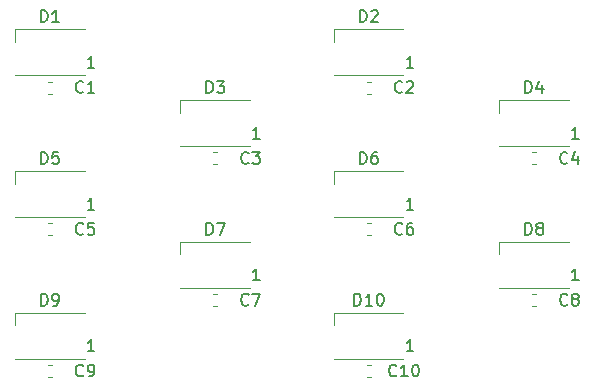
<source format=gto>
G04 #@! TF.GenerationSoftware,KiCad,Pcbnew,(5.1.4)-1*
G04 #@! TF.CreationDate,2019-10-14T20:14:25-04:00*
G04 #@! TF.ProjectId,badger-badge,62616467-6572-42d6-9261-6467652e6b69,rev?*
G04 #@! TF.SameCoordinates,Original*
G04 #@! TF.FileFunction,Legend,Top*
G04 #@! TF.FilePolarity,Positive*
%FSLAX46Y46*%
G04 Gerber Fmt 4.6, Leading zero omitted, Abs format (unit mm)*
G04 Created by KiCad (PCBNEW (5.1.4)-1) date 2019-10-14 20:14:25*
%MOMM*%
%LPD*%
G04 APERTURE LIST*
%ADD10C,0.120000*%
%ADD11C,0.150000*%
%ADD12R,1.702000X0.952000*%
%ADD13C,0.100000*%
%ADD14C,0.977000*%
%ADD15C,0.200000*%
G04 APERTURE END LIST*
D10*
X81050000Y-95050000D02*
X81050000Y-96125000D01*
X86950000Y-95050000D02*
X81050000Y-95050000D01*
X86950000Y-98950000D02*
X81050000Y-98950000D01*
X54050000Y-83050000D02*
X54050000Y-84125000D01*
X59950000Y-83050000D02*
X54050000Y-83050000D01*
X59950000Y-86950000D02*
X54050000Y-86950000D01*
X54050000Y-95050000D02*
X54050000Y-96125000D01*
X59950000Y-95050000D02*
X54050000Y-95050000D01*
X59950000Y-98950000D02*
X54050000Y-98950000D01*
X95050000Y-77050000D02*
X95050000Y-78125000D01*
X100950000Y-77050000D02*
X95050000Y-77050000D01*
X100950000Y-80950000D02*
X95050000Y-80950000D01*
X95050000Y-89050000D02*
X95050000Y-90125000D01*
X100950000Y-89050000D02*
X95050000Y-89050000D01*
X100950000Y-92950000D02*
X95050000Y-92950000D01*
X68050000Y-77050000D02*
X68050000Y-78125000D01*
X73950000Y-77050000D02*
X68050000Y-77050000D01*
X73950000Y-80950000D02*
X68050000Y-80950000D01*
X68050000Y-89050000D02*
X68050000Y-90125000D01*
X73950000Y-89050000D02*
X68050000Y-89050000D01*
X73950000Y-92950000D02*
X68050000Y-92950000D01*
X81050000Y-71050000D02*
X81050000Y-72125000D01*
X86950000Y-71050000D02*
X81050000Y-71050000D01*
X86950000Y-74950000D02*
X81050000Y-74950000D01*
X81050000Y-83050000D02*
X81050000Y-84125000D01*
X86950000Y-83050000D02*
X81050000Y-83050000D01*
X86950000Y-86950000D02*
X81050000Y-86950000D01*
X54050000Y-71050000D02*
X54050000Y-72125000D01*
X59950000Y-71050000D02*
X54050000Y-71050000D01*
X59950000Y-74950000D02*
X54050000Y-74950000D01*
X83837221Y-100510000D02*
X84162779Y-100510000D01*
X83837221Y-99490000D02*
X84162779Y-99490000D01*
X56837221Y-100510000D02*
X57162779Y-100510000D01*
X56837221Y-99490000D02*
X57162779Y-99490000D01*
X97837221Y-94510000D02*
X98162779Y-94510000D01*
X97837221Y-93490000D02*
X98162779Y-93490000D01*
X70837221Y-94510000D02*
X71162779Y-94510000D01*
X70837221Y-93490000D02*
X71162779Y-93490000D01*
X83837221Y-88510000D02*
X84162779Y-88510000D01*
X83837221Y-87490000D02*
X84162779Y-87490000D01*
X56837221Y-88510000D02*
X57162779Y-88510000D01*
X56837221Y-87490000D02*
X57162779Y-87490000D01*
X97837221Y-82510000D02*
X98162779Y-82510000D01*
X97837221Y-81490000D02*
X98162779Y-81490000D01*
X70837221Y-82510000D02*
X71162779Y-82510000D01*
X70837221Y-81490000D02*
X71162779Y-81490000D01*
X56837221Y-76510000D02*
X57162779Y-76510000D01*
X56837221Y-75490000D02*
X57162779Y-75490000D01*
X83837221Y-76510000D02*
X84162779Y-76510000D01*
X83837221Y-75490000D02*
X84162779Y-75490000D01*
D11*
X82785714Y-94452380D02*
X82785714Y-93452380D01*
X83023809Y-93452380D01*
X83166666Y-93500000D01*
X83261904Y-93595238D01*
X83309523Y-93690476D01*
X83357142Y-93880952D01*
X83357142Y-94023809D01*
X83309523Y-94214285D01*
X83261904Y-94309523D01*
X83166666Y-94404761D01*
X83023809Y-94452380D01*
X82785714Y-94452380D01*
X84309523Y-94452380D02*
X83738095Y-94452380D01*
X84023809Y-94452380D02*
X84023809Y-93452380D01*
X83928571Y-93595238D01*
X83833333Y-93690476D01*
X83738095Y-93738095D01*
X84928571Y-93452380D02*
X85023809Y-93452380D01*
X85119047Y-93500000D01*
X85166666Y-93547619D01*
X85214285Y-93642857D01*
X85261904Y-93833333D01*
X85261904Y-94071428D01*
X85214285Y-94261904D01*
X85166666Y-94357142D01*
X85119047Y-94404761D01*
X85023809Y-94452380D01*
X84928571Y-94452380D01*
X84833333Y-94404761D01*
X84785714Y-94357142D01*
X84738095Y-94261904D01*
X84690476Y-94071428D01*
X84690476Y-93833333D01*
X84738095Y-93642857D01*
X84785714Y-93547619D01*
X84833333Y-93500000D01*
X84928571Y-93452380D01*
X87785714Y-98327380D02*
X87214285Y-98327380D01*
X87500000Y-98327380D02*
X87500000Y-97327380D01*
X87404761Y-97470238D01*
X87309523Y-97565476D01*
X87214285Y-97613095D01*
X56261904Y-82452380D02*
X56261904Y-81452380D01*
X56500000Y-81452380D01*
X56642857Y-81500000D01*
X56738095Y-81595238D01*
X56785714Y-81690476D01*
X56833333Y-81880952D01*
X56833333Y-82023809D01*
X56785714Y-82214285D01*
X56738095Y-82309523D01*
X56642857Y-82404761D01*
X56500000Y-82452380D01*
X56261904Y-82452380D01*
X57738095Y-81452380D02*
X57261904Y-81452380D01*
X57214285Y-81928571D01*
X57261904Y-81880952D01*
X57357142Y-81833333D01*
X57595238Y-81833333D01*
X57690476Y-81880952D01*
X57738095Y-81928571D01*
X57785714Y-82023809D01*
X57785714Y-82261904D01*
X57738095Y-82357142D01*
X57690476Y-82404761D01*
X57595238Y-82452380D01*
X57357142Y-82452380D01*
X57261904Y-82404761D01*
X57214285Y-82357142D01*
X60785714Y-86327380D02*
X60214285Y-86327380D01*
X60500000Y-86327380D02*
X60500000Y-85327380D01*
X60404761Y-85470238D01*
X60309523Y-85565476D01*
X60214285Y-85613095D01*
X56261904Y-94452380D02*
X56261904Y-93452380D01*
X56500000Y-93452380D01*
X56642857Y-93500000D01*
X56738095Y-93595238D01*
X56785714Y-93690476D01*
X56833333Y-93880952D01*
X56833333Y-94023809D01*
X56785714Y-94214285D01*
X56738095Y-94309523D01*
X56642857Y-94404761D01*
X56500000Y-94452380D01*
X56261904Y-94452380D01*
X57309523Y-94452380D02*
X57500000Y-94452380D01*
X57595238Y-94404761D01*
X57642857Y-94357142D01*
X57738095Y-94214285D01*
X57785714Y-94023809D01*
X57785714Y-93642857D01*
X57738095Y-93547619D01*
X57690476Y-93500000D01*
X57595238Y-93452380D01*
X57404761Y-93452380D01*
X57309523Y-93500000D01*
X57261904Y-93547619D01*
X57214285Y-93642857D01*
X57214285Y-93880952D01*
X57261904Y-93976190D01*
X57309523Y-94023809D01*
X57404761Y-94071428D01*
X57595238Y-94071428D01*
X57690476Y-94023809D01*
X57738095Y-93976190D01*
X57785714Y-93880952D01*
X60785714Y-98327380D02*
X60214285Y-98327380D01*
X60500000Y-98327380D02*
X60500000Y-97327380D01*
X60404761Y-97470238D01*
X60309523Y-97565476D01*
X60214285Y-97613095D01*
X97261904Y-76452380D02*
X97261904Y-75452380D01*
X97500000Y-75452380D01*
X97642857Y-75500000D01*
X97738095Y-75595238D01*
X97785714Y-75690476D01*
X97833333Y-75880952D01*
X97833333Y-76023809D01*
X97785714Y-76214285D01*
X97738095Y-76309523D01*
X97642857Y-76404761D01*
X97500000Y-76452380D01*
X97261904Y-76452380D01*
X98690476Y-75785714D02*
X98690476Y-76452380D01*
X98452380Y-75404761D02*
X98214285Y-76119047D01*
X98833333Y-76119047D01*
X101785714Y-80327380D02*
X101214285Y-80327380D01*
X101500000Y-80327380D02*
X101500000Y-79327380D01*
X101404761Y-79470238D01*
X101309523Y-79565476D01*
X101214285Y-79613095D01*
X97261904Y-88452380D02*
X97261904Y-87452380D01*
X97500000Y-87452380D01*
X97642857Y-87500000D01*
X97738095Y-87595238D01*
X97785714Y-87690476D01*
X97833333Y-87880952D01*
X97833333Y-88023809D01*
X97785714Y-88214285D01*
X97738095Y-88309523D01*
X97642857Y-88404761D01*
X97500000Y-88452380D01*
X97261904Y-88452380D01*
X98404761Y-87880952D02*
X98309523Y-87833333D01*
X98261904Y-87785714D01*
X98214285Y-87690476D01*
X98214285Y-87642857D01*
X98261904Y-87547619D01*
X98309523Y-87500000D01*
X98404761Y-87452380D01*
X98595238Y-87452380D01*
X98690476Y-87500000D01*
X98738095Y-87547619D01*
X98785714Y-87642857D01*
X98785714Y-87690476D01*
X98738095Y-87785714D01*
X98690476Y-87833333D01*
X98595238Y-87880952D01*
X98404761Y-87880952D01*
X98309523Y-87928571D01*
X98261904Y-87976190D01*
X98214285Y-88071428D01*
X98214285Y-88261904D01*
X98261904Y-88357142D01*
X98309523Y-88404761D01*
X98404761Y-88452380D01*
X98595238Y-88452380D01*
X98690476Y-88404761D01*
X98738095Y-88357142D01*
X98785714Y-88261904D01*
X98785714Y-88071428D01*
X98738095Y-87976190D01*
X98690476Y-87928571D01*
X98595238Y-87880952D01*
X101785714Y-92327380D02*
X101214285Y-92327380D01*
X101500000Y-92327380D02*
X101500000Y-91327380D01*
X101404761Y-91470238D01*
X101309523Y-91565476D01*
X101214285Y-91613095D01*
X70261904Y-76452380D02*
X70261904Y-75452380D01*
X70500000Y-75452380D01*
X70642857Y-75500000D01*
X70738095Y-75595238D01*
X70785714Y-75690476D01*
X70833333Y-75880952D01*
X70833333Y-76023809D01*
X70785714Y-76214285D01*
X70738095Y-76309523D01*
X70642857Y-76404761D01*
X70500000Y-76452380D01*
X70261904Y-76452380D01*
X71166666Y-75452380D02*
X71785714Y-75452380D01*
X71452380Y-75833333D01*
X71595238Y-75833333D01*
X71690476Y-75880952D01*
X71738095Y-75928571D01*
X71785714Y-76023809D01*
X71785714Y-76261904D01*
X71738095Y-76357142D01*
X71690476Y-76404761D01*
X71595238Y-76452380D01*
X71309523Y-76452380D01*
X71214285Y-76404761D01*
X71166666Y-76357142D01*
X74785714Y-80327380D02*
X74214285Y-80327380D01*
X74500000Y-80327380D02*
X74500000Y-79327380D01*
X74404761Y-79470238D01*
X74309523Y-79565476D01*
X74214285Y-79613095D01*
X70261904Y-88452380D02*
X70261904Y-87452380D01*
X70500000Y-87452380D01*
X70642857Y-87500000D01*
X70738095Y-87595238D01*
X70785714Y-87690476D01*
X70833333Y-87880952D01*
X70833333Y-88023809D01*
X70785714Y-88214285D01*
X70738095Y-88309523D01*
X70642857Y-88404761D01*
X70500000Y-88452380D01*
X70261904Y-88452380D01*
X71166666Y-87452380D02*
X71833333Y-87452380D01*
X71404761Y-88452380D01*
X74785714Y-92327380D02*
X74214285Y-92327380D01*
X74500000Y-92327380D02*
X74500000Y-91327380D01*
X74404761Y-91470238D01*
X74309523Y-91565476D01*
X74214285Y-91613095D01*
X83261904Y-70452380D02*
X83261904Y-69452380D01*
X83500000Y-69452380D01*
X83642857Y-69500000D01*
X83738095Y-69595238D01*
X83785714Y-69690476D01*
X83833333Y-69880952D01*
X83833333Y-70023809D01*
X83785714Y-70214285D01*
X83738095Y-70309523D01*
X83642857Y-70404761D01*
X83500000Y-70452380D01*
X83261904Y-70452380D01*
X84214285Y-69547619D02*
X84261904Y-69500000D01*
X84357142Y-69452380D01*
X84595238Y-69452380D01*
X84690476Y-69500000D01*
X84738095Y-69547619D01*
X84785714Y-69642857D01*
X84785714Y-69738095D01*
X84738095Y-69880952D01*
X84166666Y-70452380D01*
X84785714Y-70452380D01*
X87785714Y-74327380D02*
X87214285Y-74327380D01*
X87500000Y-74327380D02*
X87500000Y-73327380D01*
X87404761Y-73470238D01*
X87309523Y-73565476D01*
X87214285Y-73613095D01*
X83261904Y-82452380D02*
X83261904Y-81452380D01*
X83500000Y-81452380D01*
X83642857Y-81500000D01*
X83738095Y-81595238D01*
X83785714Y-81690476D01*
X83833333Y-81880952D01*
X83833333Y-82023809D01*
X83785714Y-82214285D01*
X83738095Y-82309523D01*
X83642857Y-82404761D01*
X83500000Y-82452380D01*
X83261904Y-82452380D01*
X84690476Y-81452380D02*
X84500000Y-81452380D01*
X84404761Y-81500000D01*
X84357142Y-81547619D01*
X84261904Y-81690476D01*
X84214285Y-81880952D01*
X84214285Y-82261904D01*
X84261904Y-82357142D01*
X84309523Y-82404761D01*
X84404761Y-82452380D01*
X84595238Y-82452380D01*
X84690476Y-82404761D01*
X84738095Y-82357142D01*
X84785714Y-82261904D01*
X84785714Y-82023809D01*
X84738095Y-81928571D01*
X84690476Y-81880952D01*
X84595238Y-81833333D01*
X84404761Y-81833333D01*
X84309523Y-81880952D01*
X84261904Y-81928571D01*
X84214285Y-82023809D01*
X87785714Y-86327380D02*
X87214285Y-86327380D01*
X87500000Y-86327380D02*
X87500000Y-85327380D01*
X87404761Y-85470238D01*
X87309523Y-85565476D01*
X87214285Y-85613095D01*
X56261904Y-70452380D02*
X56261904Y-69452380D01*
X56500000Y-69452380D01*
X56642857Y-69500000D01*
X56738095Y-69595238D01*
X56785714Y-69690476D01*
X56833333Y-69880952D01*
X56833333Y-70023809D01*
X56785714Y-70214285D01*
X56738095Y-70309523D01*
X56642857Y-70404761D01*
X56500000Y-70452380D01*
X56261904Y-70452380D01*
X57785714Y-70452380D02*
X57214285Y-70452380D01*
X57500000Y-70452380D02*
X57500000Y-69452380D01*
X57404761Y-69595238D01*
X57309523Y-69690476D01*
X57214285Y-69738095D01*
X60785714Y-74327380D02*
X60214285Y-74327380D01*
X60500000Y-74327380D02*
X60500000Y-73327380D01*
X60404761Y-73470238D01*
X60309523Y-73565476D01*
X60214285Y-73613095D01*
X86357142Y-100357142D02*
X86309523Y-100404761D01*
X86166666Y-100452380D01*
X86071428Y-100452380D01*
X85928571Y-100404761D01*
X85833333Y-100309523D01*
X85785714Y-100214285D01*
X85738095Y-100023809D01*
X85738095Y-99880952D01*
X85785714Y-99690476D01*
X85833333Y-99595238D01*
X85928571Y-99500000D01*
X86071428Y-99452380D01*
X86166666Y-99452380D01*
X86309523Y-99500000D01*
X86357142Y-99547619D01*
X87309523Y-100452380D02*
X86738095Y-100452380D01*
X87023809Y-100452380D02*
X87023809Y-99452380D01*
X86928571Y-99595238D01*
X86833333Y-99690476D01*
X86738095Y-99738095D01*
X87928571Y-99452380D02*
X88023809Y-99452380D01*
X88119047Y-99500000D01*
X88166666Y-99547619D01*
X88214285Y-99642857D01*
X88261904Y-99833333D01*
X88261904Y-100071428D01*
X88214285Y-100261904D01*
X88166666Y-100357142D01*
X88119047Y-100404761D01*
X88023809Y-100452380D01*
X87928571Y-100452380D01*
X87833333Y-100404761D01*
X87785714Y-100357142D01*
X87738095Y-100261904D01*
X87690476Y-100071428D01*
X87690476Y-99833333D01*
X87738095Y-99642857D01*
X87785714Y-99547619D01*
X87833333Y-99500000D01*
X87928571Y-99452380D01*
X59833333Y-100357142D02*
X59785714Y-100404761D01*
X59642857Y-100452380D01*
X59547619Y-100452380D01*
X59404761Y-100404761D01*
X59309523Y-100309523D01*
X59261904Y-100214285D01*
X59214285Y-100023809D01*
X59214285Y-99880952D01*
X59261904Y-99690476D01*
X59309523Y-99595238D01*
X59404761Y-99500000D01*
X59547619Y-99452380D01*
X59642857Y-99452380D01*
X59785714Y-99500000D01*
X59833333Y-99547619D01*
X60309523Y-100452380D02*
X60500000Y-100452380D01*
X60595238Y-100404761D01*
X60642857Y-100357142D01*
X60738095Y-100214285D01*
X60785714Y-100023809D01*
X60785714Y-99642857D01*
X60738095Y-99547619D01*
X60690476Y-99500000D01*
X60595238Y-99452380D01*
X60404761Y-99452380D01*
X60309523Y-99500000D01*
X60261904Y-99547619D01*
X60214285Y-99642857D01*
X60214285Y-99880952D01*
X60261904Y-99976190D01*
X60309523Y-100023809D01*
X60404761Y-100071428D01*
X60595238Y-100071428D01*
X60690476Y-100023809D01*
X60738095Y-99976190D01*
X60785714Y-99880952D01*
X100833333Y-94357142D02*
X100785714Y-94404761D01*
X100642857Y-94452380D01*
X100547619Y-94452380D01*
X100404761Y-94404761D01*
X100309523Y-94309523D01*
X100261904Y-94214285D01*
X100214285Y-94023809D01*
X100214285Y-93880952D01*
X100261904Y-93690476D01*
X100309523Y-93595238D01*
X100404761Y-93500000D01*
X100547619Y-93452380D01*
X100642857Y-93452380D01*
X100785714Y-93500000D01*
X100833333Y-93547619D01*
X101404761Y-93880952D02*
X101309523Y-93833333D01*
X101261904Y-93785714D01*
X101214285Y-93690476D01*
X101214285Y-93642857D01*
X101261904Y-93547619D01*
X101309523Y-93500000D01*
X101404761Y-93452380D01*
X101595238Y-93452380D01*
X101690476Y-93500000D01*
X101738095Y-93547619D01*
X101785714Y-93642857D01*
X101785714Y-93690476D01*
X101738095Y-93785714D01*
X101690476Y-93833333D01*
X101595238Y-93880952D01*
X101404761Y-93880952D01*
X101309523Y-93928571D01*
X101261904Y-93976190D01*
X101214285Y-94071428D01*
X101214285Y-94261904D01*
X101261904Y-94357142D01*
X101309523Y-94404761D01*
X101404761Y-94452380D01*
X101595238Y-94452380D01*
X101690476Y-94404761D01*
X101738095Y-94357142D01*
X101785714Y-94261904D01*
X101785714Y-94071428D01*
X101738095Y-93976190D01*
X101690476Y-93928571D01*
X101595238Y-93880952D01*
X73833333Y-94357142D02*
X73785714Y-94404761D01*
X73642857Y-94452380D01*
X73547619Y-94452380D01*
X73404761Y-94404761D01*
X73309523Y-94309523D01*
X73261904Y-94214285D01*
X73214285Y-94023809D01*
X73214285Y-93880952D01*
X73261904Y-93690476D01*
X73309523Y-93595238D01*
X73404761Y-93500000D01*
X73547619Y-93452380D01*
X73642857Y-93452380D01*
X73785714Y-93500000D01*
X73833333Y-93547619D01*
X74166666Y-93452380D02*
X74833333Y-93452380D01*
X74404761Y-94452380D01*
X86833333Y-88357142D02*
X86785714Y-88404761D01*
X86642857Y-88452380D01*
X86547619Y-88452380D01*
X86404761Y-88404761D01*
X86309523Y-88309523D01*
X86261904Y-88214285D01*
X86214285Y-88023809D01*
X86214285Y-87880952D01*
X86261904Y-87690476D01*
X86309523Y-87595238D01*
X86404761Y-87500000D01*
X86547619Y-87452380D01*
X86642857Y-87452380D01*
X86785714Y-87500000D01*
X86833333Y-87547619D01*
X87690476Y-87452380D02*
X87500000Y-87452380D01*
X87404761Y-87500000D01*
X87357142Y-87547619D01*
X87261904Y-87690476D01*
X87214285Y-87880952D01*
X87214285Y-88261904D01*
X87261904Y-88357142D01*
X87309523Y-88404761D01*
X87404761Y-88452380D01*
X87595238Y-88452380D01*
X87690476Y-88404761D01*
X87738095Y-88357142D01*
X87785714Y-88261904D01*
X87785714Y-88023809D01*
X87738095Y-87928571D01*
X87690476Y-87880952D01*
X87595238Y-87833333D01*
X87404761Y-87833333D01*
X87309523Y-87880952D01*
X87261904Y-87928571D01*
X87214285Y-88023809D01*
X59833333Y-88357142D02*
X59785714Y-88404761D01*
X59642857Y-88452380D01*
X59547619Y-88452380D01*
X59404761Y-88404761D01*
X59309523Y-88309523D01*
X59261904Y-88214285D01*
X59214285Y-88023809D01*
X59214285Y-87880952D01*
X59261904Y-87690476D01*
X59309523Y-87595238D01*
X59404761Y-87500000D01*
X59547619Y-87452380D01*
X59642857Y-87452380D01*
X59785714Y-87500000D01*
X59833333Y-87547619D01*
X60738095Y-87452380D02*
X60261904Y-87452380D01*
X60214285Y-87928571D01*
X60261904Y-87880952D01*
X60357142Y-87833333D01*
X60595238Y-87833333D01*
X60690476Y-87880952D01*
X60738095Y-87928571D01*
X60785714Y-88023809D01*
X60785714Y-88261904D01*
X60738095Y-88357142D01*
X60690476Y-88404761D01*
X60595238Y-88452380D01*
X60357142Y-88452380D01*
X60261904Y-88404761D01*
X60214285Y-88357142D01*
X100833333Y-82357142D02*
X100785714Y-82404761D01*
X100642857Y-82452380D01*
X100547619Y-82452380D01*
X100404761Y-82404761D01*
X100309523Y-82309523D01*
X100261904Y-82214285D01*
X100214285Y-82023809D01*
X100214285Y-81880952D01*
X100261904Y-81690476D01*
X100309523Y-81595238D01*
X100404761Y-81500000D01*
X100547619Y-81452380D01*
X100642857Y-81452380D01*
X100785714Y-81500000D01*
X100833333Y-81547619D01*
X101690476Y-81785714D02*
X101690476Y-82452380D01*
X101452380Y-81404761D02*
X101214285Y-82119047D01*
X101833333Y-82119047D01*
X73833333Y-82357142D02*
X73785714Y-82404761D01*
X73642857Y-82452380D01*
X73547619Y-82452380D01*
X73404761Y-82404761D01*
X73309523Y-82309523D01*
X73261904Y-82214285D01*
X73214285Y-82023809D01*
X73214285Y-81880952D01*
X73261904Y-81690476D01*
X73309523Y-81595238D01*
X73404761Y-81500000D01*
X73547619Y-81452380D01*
X73642857Y-81452380D01*
X73785714Y-81500000D01*
X73833333Y-81547619D01*
X74166666Y-81452380D02*
X74785714Y-81452380D01*
X74452380Y-81833333D01*
X74595238Y-81833333D01*
X74690476Y-81880952D01*
X74738095Y-81928571D01*
X74785714Y-82023809D01*
X74785714Y-82261904D01*
X74738095Y-82357142D01*
X74690476Y-82404761D01*
X74595238Y-82452380D01*
X74309523Y-82452380D01*
X74214285Y-82404761D01*
X74166666Y-82357142D01*
X59833333Y-76357142D02*
X59785714Y-76404761D01*
X59642857Y-76452380D01*
X59547619Y-76452380D01*
X59404761Y-76404761D01*
X59309523Y-76309523D01*
X59261904Y-76214285D01*
X59214285Y-76023809D01*
X59214285Y-75880952D01*
X59261904Y-75690476D01*
X59309523Y-75595238D01*
X59404761Y-75500000D01*
X59547619Y-75452380D01*
X59642857Y-75452380D01*
X59785714Y-75500000D01*
X59833333Y-75547619D01*
X60785714Y-76452380D02*
X60214285Y-76452380D01*
X60500000Y-76452380D02*
X60500000Y-75452380D01*
X60404761Y-75595238D01*
X60309523Y-75690476D01*
X60214285Y-75738095D01*
X86833333Y-76357142D02*
X86785714Y-76404761D01*
X86642857Y-76452380D01*
X86547619Y-76452380D01*
X86404761Y-76404761D01*
X86309523Y-76309523D01*
X86261904Y-76214285D01*
X86214285Y-76023809D01*
X86214285Y-75880952D01*
X86261904Y-75690476D01*
X86309523Y-75595238D01*
X86404761Y-75500000D01*
X86547619Y-75452380D01*
X86642857Y-75452380D01*
X86785714Y-75500000D01*
X86833333Y-75547619D01*
X87214285Y-75547619D02*
X87261904Y-75500000D01*
X87357142Y-75452380D01*
X87595238Y-75452380D01*
X87690476Y-75500000D01*
X87738095Y-75547619D01*
X87785714Y-75642857D01*
X87785714Y-75738095D01*
X87738095Y-75880952D01*
X87166666Y-76452380D01*
X87785714Y-76452380D01*
%LPC*%
D12*
X85750000Y-97875000D03*
X85750000Y-96125000D03*
X82250000Y-97875000D03*
X82250000Y-96125000D03*
X58750000Y-85875000D03*
X58750000Y-84125000D03*
X55250000Y-85875000D03*
X55250000Y-84125000D03*
X58750000Y-97875000D03*
X58750000Y-96125000D03*
X55250000Y-97875000D03*
X55250000Y-96125000D03*
X99750000Y-79875000D03*
X99750000Y-78125000D03*
X96250000Y-79875000D03*
X96250000Y-78125000D03*
X99750000Y-91875000D03*
X99750000Y-90125000D03*
X96250000Y-91875000D03*
X96250000Y-90125000D03*
X72750000Y-79875000D03*
X72750000Y-78125000D03*
X69250000Y-79875000D03*
X69250000Y-78125000D03*
X72750000Y-91875000D03*
X72750000Y-90125000D03*
X69250000Y-91875000D03*
X69250000Y-90125000D03*
X85750000Y-73875000D03*
X85750000Y-72125000D03*
X82250000Y-73875000D03*
X82250000Y-72125000D03*
X85750000Y-85875000D03*
X85750000Y-84125000D03*
X82250000Y-85875000D03*
X82250000Y-84125000D03*
X58750000Y-73875000D03*
X58750000Y-72125000D03*
X55250000Y-73875000D03*
X55250000Y-72125000D03*
D13*
G36*
X85055691Y-99475176D02*
G01*
X85079401Y-99478693D01*
X85102652Y-99484517D01*
X85125220Y-99492592D01*
X85146889Y-99502841D01*
X85167448Y-99515164D01*
X85186701Y-99529442D01*
X85204461Y-99545539D01*
X85220558Y-99563299D01*
X85234836Y-99582552D01*
X85247159Y-99603111D01*
X85257408Y-99624780D01*
X85265483Y-99647348D01*
X85271307Y-99670599D01*
X85274824Y-99694309D01*
X85276000Y-99718250D01*
X85276000Y-100281750D01*
X85274824Y-100305691D01*
X85271307Y-100329401D01*
X85265483Y-100352652D01*
X85257408Y-100375220D01*
X85247159Y-100396889D01*
X85234836Y-100417448D01*
X85220558Y-100436701D01*
X85204461Y-100454461D01*
X85186701Y-100470558D01*
X85167448Y-100484836D01*
X85146889Y-100497159D01*
X85125220Y-100507408D01*
X85102652Y-100515483D01*
X85079401Y-100521307D01*
X85055691Y-100524824D01*
X85031750Y-100526000D01*
X84543250Y-100526000D01*
X84519309Y-100524824D01*
X84495599Y-100521307D01*
X84472348Y-100515483D01*
X84449780Y-100507408D01*
X84428111Y-100497159D01*
X84407552Y-100484836D01*
X84388299Y-100470558D01*
X84370539Y-100454461D01*
X84354442Y-100436701D01*
X84340164Y-100417448D01*
X84327841Y-100396889D01*
X84317592Y-100375220D01*
X84309517Y-100352652D01*
X84303693Y-100329401D01*
X84300176Y-100305691D01*
X84299000Y-100281750D01*
X84299000Y-99718250D01*
X84300176Y-99694309D01*
X84303693Y-99670599D01*
X84309517Y-99647348D01*
X84317592Y-99624780D01*
X84327841Y-99603111D01*
X84340164Y-99582552D01*
X84354442Y-99563299D01*
X84370539Y-99545539D01*
X84388299Y-99529442D01*
X84407552Y-99515164D01*
X84428111Y-99502841D01*
X84449780Y-99492592D01*
X84472348Y-99484517D01*
X84495599Y-99478693D01*
X84519309Y-99475176D01*
X84543250Y-99474000D01*
X85031750Y-99474000D01*
X85055691Y-99475176D01*
X85055691Y-99475176D01*
G37*
D14*
X84787500Y-100000000D03*
D13*
G36*
X83480691Y-99475176D02*
G01*
X83504401Y-99478693D01*
X83527652Y-99484517D01*
X83550220Y-99492592D01*
X83571889Y-99502841D01*
X83592448Y-99515164D01*
X83611701Y-99529442D01*
X83629461Y-99545539D01*
X83645558Y-99563299D01*
X83659836Y-99582552D01*
X83672159Y-99603111D01*
X83682408Y-99624780D01*
X83690483Y-99647348D01*
X83696307Y-99670599D01*
X83699824Y-99694309D01*
X83701000Y-99718250D01*
X83701000Y-100281750D01*
X83699824Y-100305691D01*
X83696307Y-100329401D01*
X83690483Y-100352652D01*
X83682408Y-100375220D01*
X83672159Y-100396889D01*
X83659836Y-100417448D01*
X83645558Y-100436701D01*
X83629461Y-100454461D01*
X83611701Y-100470558D01*
X83592448Y-100484836D01*
X83571889Y-100497159D01*
X83550220Y-100507408D01*
X83527652Y-100515483D01*
X83504401Y-100521307D01*
X83480691Y-100524824D01*
X83456750Y-100526000D01*
X82968250Y-100526000D01*
X82944309Y-100524824D01*
X82920599Y-100521307D01*
X82897348Y-100515483D01*
X82874780Y-100507408D01*
X82853111Y-100497159D01*
X82832552Y-100484836D01*
X82813299Y-100470558D01*
X82795539Y-100454461D01*
X82779442Y-100436701D01*
X82765164Y-100417448D01*
X82752841Y-100396889D01*
X82742592Y-100375220D01*
X82734517Y-100352652D01*
X82728693Y-100329401D01*
X82725176Y-100305691D01*
X82724000Y-100281750D01*
X82724000Y-99718250D01*
X82725176Y-99694309D01*
X82728693Y-99670599D01*
X82734517Y-99647348D01*
X82742592Y-99624780D01*
X82752841Y-99603111D01*
X82765164Y-99582552D01*
X82779442Y-99563299D01*
X82795539Y-99545539D01*
X82813299Y-99529442D01*
X82832552Y-99515164D01*
X82853111Y-99502841D01*
X82874780Y-99492592D01*
X82897348Y-99484517D01*
X82920599Y-99478693D01*
X82944309Y-99475176D01*
X82968250Y-99474000D01*
X83456750Y-99474000D01*
X83480691Y-99475176D01*
X83480691Y-99475176D01*
G37*
D14*
X83212500Y-100000000D03*
D13*
G36*
X58055691Y-99475176D02*
G01*
X58079401Y-99478693D01*
X58102652Y-99484517D01*
X58125220Y-99492592D01*
X58146889Y-99502841D01*
X58167448Y-99515164D01*
X58186701Y-99529442D01*
X58204461Y-99545539D01*
X58220558Y-99563299D01*
X58234836Y-99582552D01*
X58247159Y-99603111D01*
X58257408Y-99624780D01*
X58265483Y-99647348D01*
X58271307Y-99670599D01*
X58274824Y-99694309D01*
X58276000Y-99718250D01*
X58276000Y-100281750D01*
X58274824Y-100305691D01*
X58271307Y-100329401D01*
X58265483Y-100352652D01*
X58257408Y-100375220D01*
X58247159Y-100396889D01*
X58234836Y-100417448D01*
X58220558Y-100436701D01*
X58204461Y-100454461D01*
X58186701Y-100470558D01*
X58167448Y-100484836D01*
X58146889Y-100497159D01*
X58125220Y-100507408D01*
X58102652Y-100515483D01*
X58079401Y-100521307D01*
X58055691Y-100524824D01*
X58031750Y-100526000D01*
X57543250Y-100526000D01*
X57519309Y-100524824D01*
X57495599Y-100521307D01*
X57472348Y-100515483D01*
X57449780Y-100507408D01*
X57428111Y-100497159D01*
X57407552Y-100484836D01*
X57388299Y-100470558D01*
X57370539Y-100454461D01*
X57354442Y-100436701D01*
X57340164Y-100417448D01*
X57327841Y-100396889D01*
X57317592Y-100375220D01*
X57309517Y-100352652D01*
X57303693Y-100329401D01*
X57300176Y-100305691D01*
X57299000Y-100281750D01*
X57299000Y-99718250D01*
X57300176Y-99694309D01*
X57303693Y-99670599D01*
X57309517Y-99647348D01*
X57317592Y-99624780D01*
X57327841Y-99603111D01*
X57340164Y-99582552D01*
X57354442Y-99563299D01*
X57370539Y-99545539D01*
X57388299Y-99529442D01*
X57407552Y-99515164D01*
X57428111Y-99502841D01*
X57449780Y-99492592D01*
X57472348Y-99484517D01*
X57495599Y-99478693D01*
X57519309Y-99475176D01*
X57543250Y-99474000D01*
X58031750Y-99474000D01*
X58055691Y-99475176D01*
X58055691Y-99475176D01*
G37*
D14*
X57787500Y-100000000D03*
D13*
G36*
X56480691Y-99475176D02*
G01*
X56504401Y-99478693D01*
X56527652Y-99484517D01*
X56550220Y-99492592D01*
X56571889Y-99502841D01*
X56592448Y-99515164D01*
X56611701Y-99529442D01*
X56629461Y-99545539D01*
X56645558Y-99563299D01*
X56659836Y-99582552D01*
X56672159Y-99603111D01*
X56682408Y-99624780D01*
X56690483Y-99647348D01*
X56696307Y-99670599D01*
X56699824Y-99694309D01*
X56701000Y-99718250D01*
X56701000Y-100281750D01*
X56699824Y-100305691D01*
X56696307Y-100329401D01*
X56690483Y-100352652D01*
X56682408Y-100375220D01*
X56672159Y-100396889D01*
X56659836Y-100417448D01*
X56645558Y-100436701D01*
X56629461Y-100454461D01*
X56611701Y-100470558D01*
X56592448Y-100484836D01*
X56571889Y-100497159D01*
X56550220Y-100507408D01*
X56527652Y-100515483D01*
X56504401Y-100521307D01*
X56480691Y-100524824D01*
X56456750Y-100526000D01*
X55968250Y-100526000D01*
X55944309Y-100524824D01*
X55920599Y-100521307D01*
X55897348Y-100515483D01*
X55874780Y-100507408D01*
X55853111Y-100497159D01*
X55832552Y-100484836D01*
X55813299Y-100470558D01*
X55795539Y-100454461D01*
X55779442Y-100436701D01*
X55765164Y-100417448D01*
X55752841Y-100396889D01*
X55742592Y-100375220D01*
X55734517Y-100352652D01*
X55728693Y-100329401D01*
X55725176Y-100305691D01*
X55724000Y-100281750D01*
X55724000Y-99718250D01*
X55725176Y-99694309D01*
X55728693Y-99670599D01*
X55734517Y-99647348D01*
X55742592Y-99624780D01*
X55752841Y-99603111D01*
X55765164Y-99582552D01*
X55779442Y-99563299D01*
X55795539Y-99545539D01*
X55813299Y-99529442D01*
X55832552Y-99515164D01*
X55853111Y-99502841D01*
X55874780Y-99492592D01*
X55897348Y-99484517D01*
X55920599Y-99478693D01*
X55944309Y-99475176D01*
X55968250Y-99474000D01*
X56456750Y-99474000D01*
X56480691Y-99475176D01*
X56480691Y-99475176D01*
G37*
D14*
X56212500Y-100000000D03*
D13*
G36*
X99055691Y-93475176D02*
G01*
X99079401Y-93478693D01*
X99102652Y-93484517D01*
X99125220Y-93492592D01*
X99146889Y-93502841D01*
X99167448Y-93515164D01*
X99186701Y-93529442D01*
X99204461Y-93545539D01*
X99220558Y-93563299D01*
X99234836Y-93582552D01*
X99247159Y-93603111D01*
X99257408Y-93624780D01*
X99265483Y-93647348D01*
X99271307Y-93670599D01*
X99274824Y-93694309D01*
X99276000Y-93718250D01*
X99276000Y-94281750D01*
X99274824Y-94305691D01*
X99271307Y-94329401D01*
X99265483Y-94352652D01*
X99257408Y-94375220D01*
X99247159Y-94396889D01*
X99234836Y-94417448D01*
X99220558Y-94436701D01*
X99204461Y-94454461D01*
X99186701Y-94470558D01*
X99167448Y-94484836D01*
X99146889Y-94497159D01*
X99125220Y-94507408D01*
X99102652Y-94515483D01*
X99079401Y-94521307D01*
X99055691Y-94524824D01*
X99031750Y-94526000D01*
X98543250Y-94526000D01*
X98519309Y-94524824D01*
X98495599Y-94521307D01*
X98472348Y-94515483D01*
X98449780Y-94507408D01*
X98428111Y-94497159D01*
X98407552Y-94484836D01*
X98388299Y-94470558D01*
X98370539Y-94454461D01*
X98354442Y-94436701D01*
X98340164Y-94417448D01*
X98327841Y-94396889D01*
X98317592Y-94375220D01*
X98309517Y-94352652D01*
X98303693Y-94329401D01*
X98300176Y-94305691D01*
X98299000Y-94281750D01*
X98299000Y-93718250D01*
X98300176Y-93694309D01*
X98303693Y-93670599D01*
X98309517Y-93647348D01*
X98317592Y-93624780D01*
X98327841Y-93603111D01*
X98340164Y-93582552D01*
X98354442Y-93563299D01*
X98370539Y-93545539D01*
X98388299Y-93529442D01*
X98407552Y-93515164D01*
X98428111Y-93502841D01*
X98449780Y-93492592D01*
X98472348Y-93484517D01*
X98495599Y-93478693D01*
X98519309Y-93475176D01*
X98543250Y-93474000D01*
X99031750Y-93474000D01*
X99055691Y-93475176D01*
X99055691Y-93475176D01*
G37*
D14*
X98787500Y-94000000D03*
D13*
G36*
X97480691Y-93475176D02*
G01*
X97504401Y-93478693D01*
X97527652Y-93484517D01*
X97550220Y-93492592D01*
X97571889Y-93502841D01*
X97592448Y-93515164D01*
X97611701Y-93529442D01*
X97629461Y-93545539D01*
X97645558Y-93563299D01*
X97659836Y-93582552D01*
X97672159Y-93603111D01*
X97682408Y-93624780D01*
X97690483Y-93647348D01*
X97696307Y-93670599D01*
X97699824Y-93694309D01*
X97701000Y-93718250D01*
X97701000Y-94281750D01*
X97699824Y-94305691D01*
X97696307Y-94329401D01*
X97690483Y-94352652D01*
X97682408Y-94375220D01*
X97672159Y-94396889D01*
X97659836Y-94417448D01*
X97645558Y-94436701D01*
X97629461Y-94454461D01*
X97611701Y-94470558D01*
X97592448Y-94484836D01*
X97571889Y-94497159D01*
X97550220Y-94507408D01*
X97527652Y-94515483D01*
X97504401Y-94521307D01*
X97480691Y-94524824D01*
X97456750Y-94526000D01*
X96968250Y-94526000D01*
X96944309Y-94524824D01*
X96920599Y-94521307D01*
X96897348Y-94515483D01*
X96874780Y-94507408D01*
X96853111Y-94497159D01*
X96832552Y-94484836D01*
X96813299Y-94470558D01*
X96795539Y-94454461D01*
X96779442Y-94436701D01*
X96765164Y-94417448D01*
X96752841Y-94396889D01*
X96742592Y-94375220D01*
X96734517Y-94352652D01*
X96728693Y-94329401D01*
X96725176Y-94305691D01*
X96724000Y-94281750D01*
X96724000Y-93718250D01*
X96725176Y-93694309D01*
X96728693Y-93670599D01*
X96734517Y-93647348D01*
X96742592Y-93624780D01*
X96752841Y-93603111D01*
X96765164Y-93582552D01*
X96779442Y-93563299D01*
X96795539Y-93545539D01*
X96813299Y-93529442D01*
X96832552Y-93515164D01*
X96853111Y-93502841D01*
X96874780Y-93492592D01*
X96897348Y-93484517D01*
X96920599Y-93478693D01*
X96944309Y-93475176D01*
X96968250Y-93474000D01*
X97456750Y-93474000D01*
X97480691Y-93475176D01*
X97480691Y-93475176D01*
G37*
D14*
X97212500Y-94000000D03*
D13*
G36*
X72055691Y-93475176D02*
G01*
X72079401Y-93478693D01*
X72102652Y-93484517D01*
X72125220Y-93492592D01*
X72146889Y-93502841D01*
X72167448Y-93515164D01*
X72186701Y-93529442D01*
X72204461Y-93545539D01*
X72220558Y-93563299D01*
X72234836Y-93582552D01*
X72247159Y-93603111D01*
X72257408Y-93624780D01*
X72265483Y-93647348D01*
X72271307Y-93670599D01*
X72274824Y-93694309D01*
X72276000Y-93718250D01*
X72276000Y-94281750D01*
X72274824Y-94305691D01*
X72271307Y-94329401D01*
X72265483Y-94352652D01*
X72257408Y-94375220D01*
X72247159Y-94396889D01*
X72234836Y-94417448D01*
X72220558Y-94436701D01*
X72204461Y-94454461D01*
X72186701Y-94470558D01*
X72167448Y-94484836D01*
X72146889Y-94497159D01*
X72125220Y-94507408D01*
X72102652Y-94515483D01*
X72079401Y-94521307D01*
X72055691Y-94524824D01*
X72031750Y-94526000D01*
X71543250Y-94526000D01*
X71519309Y-94524824D01*
X71495599Y-94521307D01*
X71472348Y-94515483D01*
X71449780Y-94507408D01*
X71428111Y-94497159D01*
X71407552Y-94484836D01*
X71388299Y-94470558D01*
X71370539Y-94454461D01*
X71354442Y-94436701D01*
X71340164Y-94417448D01*
X71327841Y-94396889D01*
X71317592Y-94375220D01*
X71309517Y-94352652D01*
X71303693Y-94329401D01*
X71300176Y-94305691D01*
X71299000Y-94281750D01*
X71299000Y-93718250D01*
X71300176Y-93694309D01*
X71303693Y-93670599D01*
X71309517Y-93647348D01*
X71317592Y-93624780D01*
X71327841Y-93603111D01*
X71340164Y-93582552D01*
X71354442Y-93563299D01*
X71370539Y-93545539D01*
X71388299Y-93529442D01*
X71407552Y-93515164D01*
X71428111Y-93502841D01*
X71449780Y-93492592D01*
X71472348Y-93484517D01*
X71495599Y-93478693D01*
X71519309Y-93475176D01*
X71543250Y-93474000D01*
X72031750Y-93474000D01*
X72055691Y-93475176D01*
X72055691Y-93475176D01*
G37*
D14*
X71787500Y-94000000D03*
D13*
G36*
X70480691Y-93475176D02*
G01*
X70504401Y-93478693D01*
X70527652Y-93484517D01*
X70550220Y-93492592D01*
X70571889Y-93502841D01*
X70592448Y-93515164D01*
X70611701Y-93529442D01*
X70629461Y-93545539D01*
X70645558Y-93563299D01*
X70659836Y-93582552D01*
X70672159Y-93603111D01*
X70682408Y-93624780D01*
X70690483Y-93647348D01*
X70696307Y-93670599D01*
X70699824Y-93694309D01*
X70701000Y-93718250D01*
X70701000Y-94281750D01*
X70699824Y-94305691D01*
X70696307Y-94329401D01*
X70690483Y-94352652D01*
X70682408Y-94375220D01*
X70672159Y-94396889D01*
X70659836Y-94417448D01*
X70645558Y-94436701D01*
X70629461Y-94454461D01*
X70611701Y-94470558D01*
X70592448Y-94484836D01*
X70571889Y-94497159D01*
X70550220Y-94507408D01*
X70527652Y-94515483D01*
X70504401Y-94521307D01*
X70480691Y-94524824D01*
X70456750Y-94526000D01*
X69968250Y-94526000D01*
X69944309Y-94524824D01*
X69920599Y-94521307D01*
X69897348Y-94515483D01*
X69874780Y-94507408D01*
X69853111Y-94497159D01*
X69832552Y-94484836D01*
X69813299Y-94470558D01*
X69795539Y-94454461D01*
X69779442Y-94436701D01*
X69765164Y-94417448D01*
X69752841Y-94396889D01*
X69742592Y-94375220D01*
X69734517Y-94352652D01*
X69728693Y-94329401D01*
X69725176Y-94305691D01*
X69724000Y-94281750D01*
X69724000Y-93718250D01*
X69725176Y-93694309D01*
X69728693Y-93670599D01*
X69734517Y-93647348D01*
X69742592Y-93624780D01*
X69752841Y-93603111D01*
X69765164Y-93582552D01*
X69779442Y-93563299D01*
X69795539Y-93545539D01*
X69813299Y-93529442D01*
X69832552Y-93515164D01*
X69853111Y-93502841D01*
X69874780Y-93492592D01*
X69897348Y-93484517D01*
X69920599Y-93478693D01*
X69944309Y-93475176D01*
X69968250Y-93474000D01*
X70456750Y-93474000D01*
X70480691Y-93475176D01*
X70480691Y-93475176D01*
G37*
D14*
X70212500Y-94000000D03*
D13*
G36*
X85055691Y-87475176D02*
G01*
X85079401Y-87478693D01*
X85102652Y-87484517D01*
X85125220Y-87492592D01*
X85146889Y-87502841D01*
X85167448Y-87515164D01*
X85186701Y-87529442D01*
X85204461Y-87545539D01*
X85220558Y-87563299D01*
X85234836Y-87582552D01*
X85247159Y-87603111D01*
X85257408Y-87624780D01*
X85265483Y-87647348D01*
X85271307Y-87670599D01*
X85274824Y-87694309D01*
X85276000Y-87718250D01*
X85276000Y-88281750D01*
X85274824Y-88305691D01*
X85271307Y-88329401D01*
X85265483Y-88352652D01*
X85257408Y-88375220D01*
X85247159Y-88396889D01*
X85234836Y-88417448D01*
X85220558Y-88436701D01*
X85204461Y-88454461D01*
X85186701Y-88470558D01*
X85167448Y-88484836D01*
X85146889Y-88497159D01*
X85125220Y-88507408D01*
X85102652Y-88515483D01*
X85079401Y-88521307D01*
X85055691Y-88524824D01*
X85031750Y-88526000D01*
X84543250Y-88526000D01*
X84519309Y-88524824D01*
X84495599Y-88521307D01*
X84472348Y-88515483D01*
X84449780Y-88507408D01*
X84428111Y-88497159D01*
X84407552Y-88484836D01*
X84388299Y-88470558D01*
X84370539Y-88454461D01*
X84354442Y-88436701D01*
X84340164Y-88417448D01*
X84327841Y-88396889D01*
X84317592Y-88375220D01*
X84309517Y-88352652D01*
X84303693Y-88329401D01*
X84300176Y-88305691D01*
X84299000Y-88281750D01*
X84299000Y-87718250D01*
X84300176Y-87694309D01*
X84303693Y-87670599D01*
X84309517Y-87647348D01*
X84317592Y-87624780D01*
X84327841Y-87603111D01*
X84340164Y-87582552D01*
X84354442Y-87563299D01*
X84370539Y-87545539D01*
X84388299Y-87529442D01*
X84407552Y-87515164D01*
X84428111Y-87502841D01*
X84449780Y-87492592D01*
X84472348Y-87484517D01*
X84495599Y-87478693D01*
X84519309Y-87475176D01*
X84543250Y-87474000D01*
X85031750Y-87474000D01*
X85055691Y-87475176D01*
X85055691Y-87475176D01*
G37*
D14*
X84787500Y-88000000D03*
D13*
G36*
X83480691Y-87475176D02*
G01*
X83504401Y-87478693D01*
X83527652Y-87484517D01*
X83550220Y-87492592D01*
X83571889Y-87502841D01*
X83592448Y-87515164D01*
X83611701Y-87529442D01*
X83629461Y-87545539D01*
X83645558Y-87563299D01*
X83659836Y-87582552D01*
X83672159Y-87603111D01*
X83682408Y-87624780D01*
X83690483Y-87647348D01*
X83696307Y-87670599D01*
X83699824Y-87694309D01*
X83701000Y-87718250D01*
X83701000Y-88281750D01*
X83699824Y-88305691D01*
X83696307Y-88329401D01*
X83690483Y-88352652D01*
X83682408Y-88375220D01*
X83672159Y-88396889D01*
X83659836Y-88417448D01*
X83645558Y-88436701D01*
X83629461Y-88454461D01*
X83611701Y-88470558D01*
X83592448Y-88484836D01*
X83571889Y-88497159D01*
X83550220Y-88507408D01*
X83527652Y-88515483D01*
X83504401Y-88521307D01*
X83480691Y-88524824D01*
X83456750Y-88526000D01*
X82968250Y-88526000D01*
X82944309Y-88524824D01*
X82920599Y-88521307D01*
X82897348Y-88515483D01*
X82874780Y-88507408D01*
X82853111Y-88497159D01*
X82832552Y-88484836D01*
X82813299Y-88470558D01*
X82795539Y-88454461D01*
X82779442Y-88436701D01*
X82765164Y-88417448D01*
X82752841Y-88396889D01*
X82742592Y-88375220D01*
X82734517Y-88352652D01*
X82728693Y-88329401D01*
X82725176Y-88305691D01*
X82724000Y-88281750D01*
X82724000Y-87718250D01*
X82725176Y-87694309D01*
X82728693Y-87670599D01*
X82734517Y-87647348D01*
X82742592Y-87624780D01*
X82752841Y-87603111D01*
X82765164Y-87582552D01*
X82779442Y-87563299D01*
X82795539Y-87545539D01*
X82813299Y-87529442D01*
X82832552Y-87515164D01*
X82853111Y-87502841D01*
X82874780Y-87492592D01*
X82897348Y-87484517D01*
X82920599Y-87478693D01*
X82944309Y-87475176D01*
X82968250Y-87474000D01*
X83456750Y-87474000D01*
X83480691Y-87475176D01*
X83480691Y-87475176D01*
G37*
D14*
X83212500Y-88000000D03*
D13*
G36*
X58055691Y-87475176D02*
G01*
X58079401Y-87478693D01*
X58102652Y-87484517D01*
X58125220Y-87492592D01*
X58146889Y-87502841D01*
X58167448Y-87515164D01*
X58186701Y-87529442D01*
X58204461Y-87545539D01*
X58220558Y-87563299D01*
X58234836Y-87582552D01*
X58247159Y-87603111D01*
X58257408Y-87624780D01*
X58265483Y-87647348D01*
X58271307Y-87670599D01*
X58274824Y-87694309D01*
X58276000Y-87718250D01*
X58276000Y-88281750D01*
X58274824Y-88305691D01*
X58271307Y-88329401D01*
X58265483Y-88352652D01*
X58257408Y-88375220D01*
X58247159Y-88396889D01*
X58234836Y-88417448D01*
X58220558Y-88436701D01*
X58204461Y-88454461D01*
X58186701Y-88470558D01*
X58167448Y-88484836D01*
X58146889Y-88497159D01*
X58125220Y-88507408D01*
X58102652Y-88515483D01*
X58079401Y-88521307D01*
X58055691Y-88524824D01*
X58031750Y-88526000D01*
X57543250Y-88526000D01*
X57519309Y-88524824D01*
X57495599Y-88521307D01*
X57472348Y-88515483D01*
X57449780Y-88507408D01*
X57428111Y-88497159D01*
X57407552Y-88484836D01*
X57388299Y-88470558D01*
X57370539Y-88454461D01*
X57354442Y-88436701D01*
X57340164Y-88417448D01*
X57327841Y-88396889D01*
X57317592Y-88375220D01*
X57309517Y-88352652D01*
X57303693Y-88329401D01*
X57300176Y-88305691D01*
X57299000Y-88281750D01*
X57299000Y-87718250D01*
X57300176Y-87694309D01*
X57303693Y-87670599D01*
X57309517Y-87647348D01*
X57317592Y-87624780D01*
X57327841Y-87603111D01*
X57340164Y-87582552D01*
X57354442Y-87563299D01*
X57370539Y-87545539D01*
X57388299Y-87529442D01*
X57407552Y-87515164D01*
X57428111Y-87502841D01*
X57449780Y-87492592D01*
X57472348Y-87484517D01*
X57495599Y-87478693D01*
X57519309Y-87475176D01*
X57543250Y-87474000D01*
X58031750Y-87474000D01*
X58055691Y-87475176D01*
X58055691Y-87475176D01*
G37*
D14*
X57787500Y-88000000D03*
D13*
G36*
X56480691Y-87475176D02*
G01*
X56504401Y-87478693D01*
X56527652Y-87484517D01*
X56550220Y-87492592D01*
X56571889Y-87502841D01*
X56592448Y-87515164D01*
X56611701Y-87529442D01*
X56629461Y-87545539D01*
X56645558Y-87563299D01*
X56659836Y-87582552D01*
X56672159Y-87603111D01*
X56682408Y-87624780D01*
X56690483Y-87647348D01*
X56696307Y-87670599D01*
X56699824Y-87694309D01*
X56701000Y-87718250D01*
X56701000Y-88281750D01*
X56699824Y-88305691D01*
X56696307Y-88329401D01*
X56690483Y-88352652D01*
X56682408Y-88375220D01*
X56672159Y-88396889D01*
X56659836Y-88417448D01*
X56645558Y-88436701D01*
X56629461Y-88454461D01*
X56611701Y-88470558D01*
X56592448Y-88484836D01*
X56571889Y-88497159D01*
X56550220Y-88507408D01*
X56527652Y-88515483D01*
X56504401Y-88521307D01*
X56480691Y-88524824D01*
X56456750Y-88526000D01*
X55968250Y-88526000D01*
X55944309Y-88524824D01*
X55920599Y-88521307D01*
X55897348Y-88515483D01*
X55874780Y-88507408D01*
X55853111Y-88497159D01*
X55832552Y-88484836D01*
X55813299Y-88470558D01*
X55795539Y-88454461D01*
X55779442Y-88436701D01*
X55765164Y-88417448D01*
X55752841Y-88396889D01*
X55742592Y-88375220D01*
X55734517Y-88352652D01*
X55728693Y-88329401D01*
X55725176Y-88305691D01*
X55724000Y-88281750D01*
X55724000Y-87718250D01*
X55725176Y-87694309D01*
X55728693Y-87670599D01*
X55734517Y-87647348D01*
X55742592Y-87624780D01*
X55752841Y-87603111D01*
X55765164Y-87582552D01*
X55779442Y-87563299D01*
X55795539Y-87545539D01*
X55813299Y-87529442D01*
X55832552Y-87515164D01*
X55853111Y-87502841D01*
X55874780Y-87492592D01*
X55897348Y-87484517D01*
X55920599Y-87478693D01*
X55944309Y-87475176D01*
X55968250Y-87474000D01*
X56456750Y-87474000D01*
X56480691Y-87475176D01*
X56480691Y-87475176D01*
G37*
D14*
X56212500Y-88000000D03*
D13*
G36*
X99055691Y-81475176D02*
G01*
X99079401Y-81478693D01*
X99102652Y-81484517D01*
X99125220Y-81492592D01*
X99146889Y-81502841D01*
X99167448Y-81515164D01*
X99186701Y-81529442D01*
X99204461Y-81545539D01*
X99220558Y-81563299D01*
X99234836Y-81582552D01*
X99247159Y-81603111D01*
X99257408Y-81624780D01*
X99265483Y-81647348D01*
X99271307Y-81670599D01*
X99274824Y-81694309D01*
X99276000Y-81718250D01*
X99276000Y-82281750D01*
X99274824Y-82305691D01*
X99271307Y-82329401D01*
X99265483Y-82352652D01*
X99257408Y-82375220D01*
X99247159Y-82396889D01*
X99234836Y-82417448D01*
X99220558Y-82436701D01*
X99204461Y-82454461D01*
X99186701Y-82470558D01*
X99167448Y-82484836D01*
X99146889Y-82497159D01*
X99125220Y-82507408D01*
X99102652Y-82515483D01*
X99079401Y-82521307D01*
X99055691Y-82524824D01*
X99031750Y-82526000D01*
X98543250Y-82526000D01*
X98519309Y-82524824D01*
X98495599Y-82521307D01*
X98472348Y-82515483D01*
X98449780Y-82507408D01*
X98428111Y-82497159D01*
X98407552Y-82484836D01*
X98388299Y-82470558D01*
X98370539Y-82454461D01*
X98354442Y-82436701D01*
X98340164Y-82417448D01*
X98327841Y-82396889D01*
X98317592Y-82375220D01*
X98309517Y-82352652D01*
X98303693Y-82329401D01*
X98300176Y-82305691D01*
X98299000Y-82281750D01*
X98299000Y-81718250D01*
X98300176Y-81694309D01*
X98303693Y-81670599D01*
X98309517Y-81647348D01*
X98317592Y-81624780D01*
X98327841Y-81603111D01*
X98340164Y-81582552D01*
X98354442Y-81563299D01*
X98370539Y-81545539D01*
X98388299Y-81529442D01*
X98407552Y-81515164D01*
X98428111Y-81502841D01*
X98449780Y-81492592D01*
X98472348Y-81484517D01*
X98495599Y-81478693D01*
X98519309Y-81475176D01*
X98543250Y-81474000D01*
X99031750Y-81474000D01*
X99055691Y-81475176D01*
X99055691Y-81475176D01*
G37*
D14*
X98787500Y-82000000D03*
D13*
G36*
X97480691Y-81475176D02*
G01*
X97504401Y-81478693D01*
X97527652Y-81484517D01*
X97550220Y-81492592D01*
X97571889Y-81502841D01*
X97592448Y-81515164D01*
X97611701Y-81529442D01*
X97629461Y-81545539D01*
X97645558Y-81563299D01*
X97659836Y-81582552D01*
X97672159Y-81603111D01*
X97682408Y-81624780D01*
X97690483Y-81647348D01*
X97696307Y-81670599D01*
X97699824Y-81694309D01*
X97701000Y-81718250D01*
X97701000Y-82281750D01*
X97699824Y-82305691D01*
X97696307Y-82329401D01*
X97690483Y-82352652D01*
X97682408Y-82375220D01*
X97672159Y-82396889D01*
X97659836Y-82417448D01*
X97645558Y-82436701D01*
X97629461Y-82454461D01*
X97611701Y-82470558D01*
X97592448Y-82484836D01*
X97571889Y-82497159D01*
X97550220Y-82507408D01*
X97527652Y-82515483D01*
X97504401Y-82521307D01*
X97480691Y-82524824D01*
X97456750Y-82526000D01*
X96968250Y-82526000D01*
X96944309Y-82524824D01*
X96920599Y-82521307D01*
X96897348Y-82515483D01*
X96874780Y-82507408D01*
X96853111Y-82497159D01*
X96832552Y-82484836D01*
X96813299Y-82470558D01*
X96795539Y-82454461D01*
X96779442Y-82436701D01*
X96765164Y-82417448D01*
X96752841Y-82396889D01*
X96742592Y-82375220D01*
X96734517Y-82352652D01*
X96728693Y-82329401D01*
X96725176Y-82305691D01*
X96724000Y-82281750D01*
X96724000Y-81718250D01*
X96725176Y-81694309D01*
X96728693Y-81670599D01*
X96734517Y-81647348D01*
X96742592Y-81624780D01*
X96752841Y-81603111D01*
X96765164Y-81582552D01*
X96779442Y-81563299D01*
X96795539Y-81545539D01*
X96813299Y-81529442D01*
X96832552Y-81515164D01*
X96853111Y-81502841D01*
X96874780Y-81492592D01*
X96897348Y-81484517D01*
X96920599Y-81478693D01*
X96944309Y-81475176D01*
X96968250Y-81474000D01*
X97456750Y-81474000D01*
X97480691Y-81475176D01*
X97480691Y-81475176D01*
G37*
D14*
X97212500Y-82000000D03*
D13*
G36*
X72055691Y-81475176D02*
G01*
X72079401Y-81478693D01*
X72102652Y-81484517D01*
X72125220Y-81492592D01*
X72146889Y-81502841D01*
X72167448Y-81515164D01*
X72186701Y-81529442D01*
X72204461Y-81545539D01*
X72220558Y-81563299D01*
X72234836Y-81582552D01*
X72247159Y-81603111D01*
X72257408Y-81624780D01*
X72265483Y-81647348D01*
X72271307Y-81670599D01*
X72274824Y-81694309D01*
X72276000Y-81718250D01*
X72276000Y-82281750D01*
X72274824Y-82305691D01*
X72271307Y-82329401D01*
X72265483Y-82352652D01*
X72257408Y-82375220D01*
X72247159Y-82396889D01*
X72234836Y-82417448D01*
X72220558Y-82436701D01*
X72204461Y-82454461D01*
X72186701Y-82470558D01*
X72167448Y-82484836D01*
X72146889Y-82497159D01*
X72125220Y-82507408D01*
X72102652Y-82515483D01*
X72079401Y-82521307D01*
X72055691Y-82524824D01*
X72031750Y-82526000D01*
X71543250Y-82526000D01*
X71519309Y-82524824D01*
X71495599Y-82521307D01*
X71472348Y-82515483D01*
X71449780Y-82507408D01*
X71428111Y-82497159D01*
X71407552Y-82484836D01*
X71388299Y-82470558D01*
X71370539Y-82454461D01*
X71354442Y-82436701D01*
X71340164Y-82417448D01*
X71327841Y-82396889D01*
X71317592Y-82375220D01*
X71309517Y-82352652D01*
X71303693Y-82329401D01*
X71300176Y-82305691D01*
X71299000Y-82281750D01*
X71299000Y-81718250D01*
X71300176Y-81694309D01*
X71303693Y-81670599D01*
X71309517Y-81647348D01*
X71317592Y-81624780D01*
X71327841Y-81603111D01*
X71340164Y-81582552D01*
X71354442Y-81563299D01*
X71370539Y-81545539D01*
X71388299Y-81529442D01*
X71407552Y-81515164D01*
X71428111Y-81502841D01*
X71449780Y-81492592D01*
X71472348Y-81484517D01*
X71495599Y-81478693D01*
X71519309Y-81475176D01*
X71543250Y-81474000D01*
X72031750Y-81474000D01*
X72055691Y-81475176D01*
X72055691Y-81475176D01*
G37*
D14*
X71787500Y-82000000D03*
D13*
G36*
X70480691Y-81475176D02*
G01*
X70504401Y-81478693D01*
X70527652Y-81484517D01*
X70550220Y-81492592D01*
X70571889Y-81502841D01*
X70592448Y-81515164D01*
X70611701Y-81529442D01*
X70629461Y-81545539D01*
X70645558Y-81563299D01*
X70659836Y-81582552D01*
X70672159Y-81603111D01*
X70682408Y-81624780D01*
X70690483Y-81647348D01*
X70696307Y-81670599D01*
X70699824Y-81694309D01*
X70701000Y-81718250D01*
X70701000Y-82281750D01*
X70699824Y-82305691D01*
X70696307Y-82329401D01*
X70690483Y-82352652D01*
X70682408Y-82375220D01*
X70672159Y-82396889D01*
X70659836Y-82417448D01*
X70645558Y-82436701D01*
X70629461Y-82454461D01*
X70611701Y-82470558D01*
X70592448Y-82484836D01*
X70571889Y-82497159D01*
X70550220Y-82507408D01*
X70527652Y-82515483D01*
X70504401Y-82521307D01*
X70480691Y-82524824D01*
X70456750Y-82526000D01*
X69968250Y-82526000D01*
X69944309Y-82524824D01*
X69920599Y-82521307D01*
X69897348Y-82515483D01*
X69874780Y-82507408D01*
X69853111Y-82497159D01*
X69832552Y-82484836D01*
X69813299Y-82470558D01*
X69795539Y-82454461D01*
X69779442Y-82436701D01*
X69765164Y-82417448D01*
X69752841Y-82396889D01*
X69742592Y-82375220D01*
X69734517Y-82352652D01*
X69728693Y-82329401D01*
X69725176Y-82305691D01*
X69724000Y-82281750D01*
X69724000Y-81718250D01*
X69725176Y-81694309D01*
X69728693Y-81670599D01*
X69734517Y-81647348D01*
X69742592Y-81624780D01*
X69752841Y-81603111D01*
X69765164Y-81582552D01*
X69779442Y-81563299D01*
X69795539Y-81545539D01*
X69813299Y-81529442D01*
X69832552Y-81515164D01*
X69853111Y-81502841D01*
X69874780Y-81492592D01*
X69897348Y-81484517D01*
X69920599Y-81478693D01*
X69944309Y-81475176D01*
X69968250Y-81474000D01*
X70456750Y-81474000D01*
X70480691Y-81475176D01*
X70480691Y-81475176D01*
G37*
D14*
X70212500Y-82000000D03*
D13*
G36*
X58055691Y-75475176D02*
G01*
X58079401Y-75478693D01*
X58102652Y-75484517D01*
X58125220Y-75492592D01*
X58146889Y-75502841D01*
X58167448Y-75515164D01*
X58186701Y-75529442D01*
X58204461Y-75545539D01*
X58220558Y-75563299D01*
X58234836Y-75582552D01*
X58247159Y-75603111D01*
X58257408Y-75624780D01*
X58265483Y-75647348D01*
X58271307Y-75670599D01*
X58274824Y-75694309D01*
X58276000Y-75718250D01*
X58276000Y-76281750D01*
X58274824Y-76305691D01*
X58271307Y-76329401D01*
X58265483Y-76352652D01*
X58257408Y-76375220D01*
X58247159Y-76396889D01*
X58234836Y-76417448D01*
X58220558Y-76436701D01*
X58204461Y-76454461D01*
X58186701Y-76470558D01*
X58167448Y-76484836D01*
X58146889Y-76497159D01*
X58125220Y-76507408D01*
X58102652Y-76515483D01*
X58079401Y-76521307D01*
X58055691Y-76524824D01*
X58031750Y-76526000D01*
X57543250Y-76526000D01*
X57519309Y-76524824D01*
X57495599Y-76521307D01*
X57472348Y-76515483D01*
X57449780Y-76507408D01*
X57428111Y-76497159D01*
X57407552Y-76484836D01*
X57388299Y-76470558D01*
X57370539Y-76454461D01*
X57354442Y-76436701D01*
X57340164Y-76417448D01*
X57327841Y-76396889D01*
X57317592Y-76375220D01*
X57309517Y-76352652D01*
X57303693Y-76329401D01*
X57300176Y-76305691D01*
X57299000Y-76281750D01*
X57299000Y-75718250D01*
X57300176Y-75694309D01*
X57303693Y-75670599D01*
X57309517Y-75647348D01*
X57317592Y-75624780D01*
X57327841Y-75603111D01*
X57340164Y-75582552D01*
X57354442Y-75563299D01*
X57370539Y-75545539D01*
X57388299Y-75529442D01*
X57407552Y-75515164D01*
X57428111Y-75502841D01*
X57449780Y-75492592D01*
X57472348Y-75484517D01*
X57495599Y-75478693D01*
X57519309Y-75475176D01*
X57543250Y-75474000D01*
X58031750Y-75474000D01*
X58055691Y-75475176D01*
X58055691Y-75475176D01*
G37*
D14*
X57787500Y-76000000D03*
D13*
G36*
X56480691Y-75475176D02*
G01*
X56504401Y-75478693D01*
X56527652Y-75484517D01*
X56550220Y-75492592D01*
X56571889Y-75502841D01*
X56592448Y-75515164D01*
X56611701Y-75529442D01*
X56629461Y-75545539D01*
X56645558Y-75563299D01*
X56659836Y-75582552D01*
X56672159Y-75603111D01*
X56682408Y-75624780D01*
X56690483Y-75647348D01*
X56696307Y-75670599D01*
X56699824Y-75694309D01*
X56701000Y-75718250D01*
X56701000Y-76281750D01*
X56699824Y-76305691D01*
X56696307Y-76329401D01*
X56690483Y-76352652D01*
X56682408Y-76375220D01*
X56672159Y-76396889D01*
X56659836Y-76417448D01*
X56645558Y-76436701D01*
X56629461Y-76454461D01*
X56611701Y-76470558D01*
X56592448Y-76484836D01*
X56571889Y-76497159D01*
X56550220Y-76507408D01*
X56527652Y-76515483D01*
X56504401Y-76521307D01*
X56480691Y-76524824D01*
X56456750Y-76526000D01*
X55968250Y-76526000D01*
X55944309Y-76524824D01*
X55920599Y-76521307D01*
X55897348Y-76515483D01*
X55874780Y-76507408D01*
X55853111Y-76497159D01*
X55832552Y-76484836D01*
X55813299Y-76470558D01*
X55795539Y-76454461D01*
X55779442Y-76436701D01*
X55765164Y-76417448D01*
X55752841Y-76396889D01*
X55742592Y-76375220D01*
X55734517Y-76352652D01*
X55728693Y-76329401D01*
X55725176Y-76305691D01*
X55724000Y-76281750D01*
X55724000Y-75718250D01*
X55725176Y-75694309D01*
X55728693Y-75670599D01*
X55734517Y-75647348D01*
X55742592Y-75624780D01*
X55752841Y-75603111D01*
X55765164Y-75582552D01*
X55779442Y-75563299D01*
X55795539Y-75545539D01*
X55813299Y-75529442D01*
X55832552Y-75515164D01*
X55853111Y-75502841D01*
X55874780Y-75492592D01*
X55897348Y-75484517D01*
X55920599Y-75478693D01*
X55944309Y-75475176D01*
X55968250Y-75474000D01*
X56456750Y-75474000D01*
X56480691Y-75475176D01*
X56480691Y-75475176D01*
G37*
D14*
X56212500Y-76000000D03*
D13*
G36*
X85055691Y-75475176D02*
G01*
X85079401Y-75478693D01*
X85102652Y-75484517D01*
X85125220Y-75492592D01*
X85146889Y-75502841D01*
X85167448Y-75515164D01*
X85186701Y-75529442D01*
X85204461Y-75545539D01*
X85220558Y-75563299D01*
X85234836Y-75582552D01*
X85247159Y-75603111D01*
X85257408Y-75624780D01*
X85265483Y-75647348D01*
X85271307Y-75670599D01*
X85274824Y-75694309D01*
X85276000Y-75718250D01*
X85276000Y-76281750D01*
X85274824Y-76305691D01*
X85271307Y-76329401D01*
X85265483Y-76352652D01*
X85257408Y-76375220D01*
X85247159Y-76396889D01*
X85234836Y-76417448D01*
X85220558Y-76436701D01*
X85204461Y-76454461D01*
X85186701Y-76470558D01*
X85167448Y-76484836D01*
X85146889Y-76497159D01*
X85125220Y-76507408D01*
X85102652Y-76515483D01*
X85079401Y-76521307D01*
X85055691Y-76524824D01*
X85031750Y-76526000D01*
X84543250Y-76526000D01*
X84519309Y-76524824D01*
X84495599Y-76521307D01*
X84472348Y-76515483D01*
X84449780Y-76507408D01*
X84428111Y-76497159D01*
X84407552Y-76484836D01*
X84388299Y-76470558D01*
X84370539Y-76454461D01*
X84354442Y-76436701D01*
X84340164Y-76417448D01*
X84327841Y-76396889D01*
X84317592Y-76375220D01*
X84309517Y-76352652D01*
X84303693Y-76329401D01*
X84300176Y-76305691D01*
X84299000Y-76281750D01*
X84299000Y-75718250D01*
X84300176Y-75694309D01*
X84303693Y-75670599D01*
X84309517Y-75647348D01*
X84317592Y-75624780D01*
X84327841Y-75603111D01*
X84340164Y-75582552D01*
X84354442Y-75563299D01*
X84370539Y-75545539D01*
X84388299Y-75529442D01*
X84407552Y-75515164D01*
X84428111Y-75502841D01*
X84449780Y-75492592D01*
X84472348Y-75484517D01*
X84495599Y-75478693D01*
X84519309Y-75475176D01*
X84543250Y-75474000D01*
X85031750Y-75474000D01*
X85055691Y-75475176D01*
X85055691Y-75475176D01*
G37*
D14*
X84787500Y-76000000D03*
D13*
G36*
X83480691Y-75475176D02*
G01*
X83504401Y-75478693D01*
X83527652Y-75484517D01*
X83550220Y-75492592D01*
X83571889Y-75502841D01*
X83592448Y-75515164D01*
X83611701Y-75529442D01*
X83629461Y-75545539D01*
X83645558Y-75563299D01*
X83659836Y-75582552D01*
X83672159Y-75603111D01*
X83682408Y-75624780D01*
X83690483Y-75647348D01*
X83696307Y-75670599D01*
X83699824Y-75694309D01*
X83701000Y-75718250D01*
X83701000Y-76281750D01*
X83699824Y-76305691D01*
X83696307Y-76329401D01*
X83690483Y-76352652D01*
X83682408Y-76375220D01*
X83672159Y-76396889D01*
X83659836Y-76417448D01*
X83645558Y-76436701D01*
X83629461Y-76454461D01*
X83611701Y-76470558D01*
X83592448Y-76484836D01*
X83571889Y-76497159D01*
X83550220Y-76507408D01*
X83527652Y-76515483D01*
X83504401Y-76521307D01*
X83480691Y-76524824D01*
X83456750Y-76526000D01*
X82968250Y-76526000D01*
X82944309Y-76524824D01*
X82920599Y-76521307D01*
X82897348Y-76515483D01*
X82874780Y-76507408D01*
X82853111Y-76497159D01*
X82832552Y-76484836D01*
X82813299Y-76470558D01*
X82795539Y-76454461D01*
X82779442Y-76436701D01*
X82765164Y-76417448D01*
X82752841Y-76396889D01*
X82742592Y-76375220D01*
X82734517Y-76352652D01*
X82728693Y-76329401D01*
X82725176Y-76305691D01*
X82724000Y-76281750D01*
X82724000Y-75718250D01*
X82725176Y-75694309D01*
X82728693Y-75670599D01*
X82734517Y-75647348D01*
X82742592Y-75624780D01*
X82752841Y-75603111D01*
X82765164Y-75582552D01*
X82779442Y-75563299D01*
X82795539Y-75545539D01*
X82813299Y-75529442D01*
X82832552Y-75515164D01*
X82853111Y-75502841D01*
X82874780Y-75492592D01*
X82897348Y-75484517D01*
X82920599Y-75478693D01*
X82944309Y-75475176D01*
X82968250Y-75474000D01*
X83456750Y-75474000D01*
X83480691Y-75475176D01*
X83480691Y-75475176D01*
G37*
D14*
X83212500Y-76000000D03*
D15*
G36*
X99900000Y-63650000D02*
G01*
X85100000Y-63650000D01*
X85100000Y-59350000D01*
X99900000Y-59350000D01*
X99900000Y-63650000D01*
X99900000Y-63650000D01*
G37*
X99900000Y-63650000D02*
X85100000Y-63650000D01*
X85100000Y-59350000D01*
X99900000Y-59350000D01*
X99900000Y-63650000D01*
G36*
X69900000Y-63650000D02*
G01*
X55100000Y-63650000D01*
X55100000Y-59350000D01*
X69900000Y-59350000D01*
X69900000Y-63650000D01*
X69900000Y-63650000D01*
G37*
X69900000Y-63650000D02*
X55100000Y-63650000D01*
X55100000Y-59350000D01*
X69900000Y-59350000D01*
X69900000Y-63650000D01*
M02*

</source>
